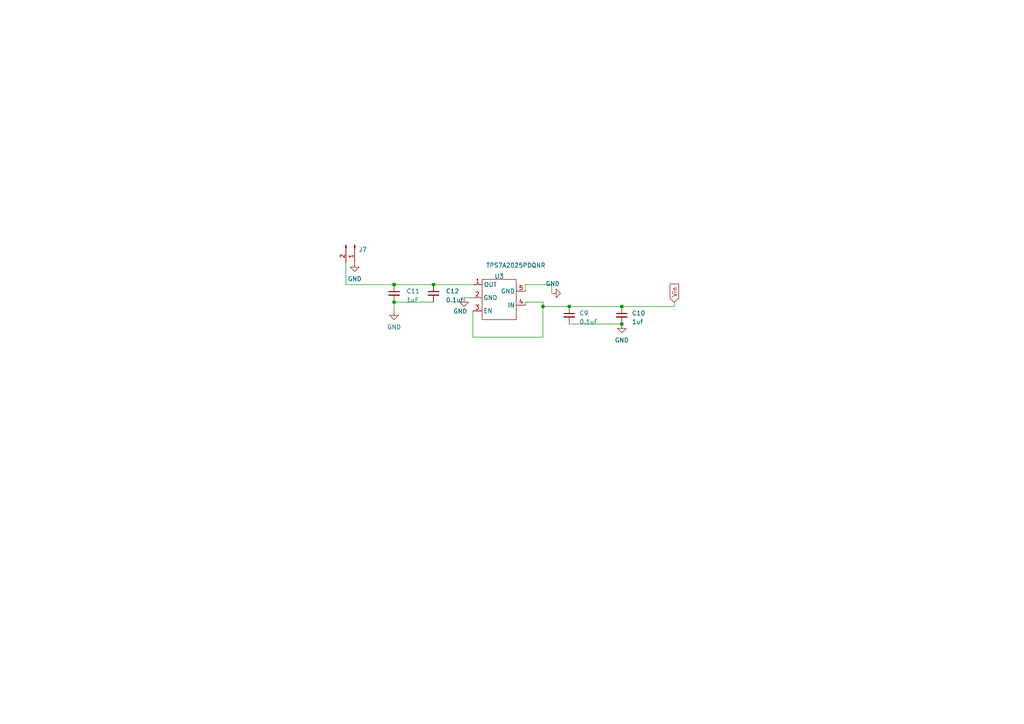
<source format=kicad_sch>
(kicad_sch (version 20230121) (generator eeschema)
  (paper "A4")
  (lib_symbols
    (symbol "Connector:Conn_01x02_Pin" (pin_names (offset 1.016) hide)
      (property "Reference" "J" (at 0 2.54 0))
      (property "Value" "Conn_01x02_Pin" (at 0 -5.08 0))
      (symbol "Conn_01x02_Pin_1_1"
        (polyline (pts (xy 1.27 -2.54) (xy 0.8636 -2.54)) (stroke (width 0.1524)))
        (polyline (pts (xy 1.27 0) (xy 0.8636 0)) (stroke (width 0.1524)))
        (rectangle (start 0.8636 -2.413) (end 0 -2.667) (stroke (width 0.1524)) (fill (type outline)))
        (rectangle (start 0.8636 0.127) (end 0 -0.127) (stroke (width 0.1524)) (fill (type outline)))
        (pin passive line (at 5.08 0 180) (length 3.81) (name "Pin_1") (number "1"))
        (pin passive line (at 5.08 -2.54 180) (length 3.81) (name "Pin_2") (number "2"))
      )
    )
    (symbol "Device:C_Small" (pin_numbers hide) (pin_names (offset 0.254) hide)
      (property "Reference" "C" (at 0.254 1.778 0))
      (property "Value" "C_Small" (at 0.254 -2.032 0))
      (symbol "C_Small_0_1"
        (polyline (pts (xy -1.524 -0.508) (xy 1.524 -0.508)) (stroke (width 0.3302)))
        (polyline (pts (xy -1.524 0.508) (xy 1.524 0.508)) (stroke (width 0.3048)))
      )
      (symbol "C_Small_1_1"
        (pin passive line (at 0 2.54 270) (length 2.032) (name "~") (number "1"))
        (pin passive line (at 0 -2.54 90) (length 2.032) (name "~") (number "2"))
      )
    )
    (symbol "Radar_pcb_pll:TPS7A2025PDQNR"
      (property "Reference" "U" (at 0 3.81 0))
      (property "Value" "TPS7A2025PDQNR" (at 0 0 0))
      (symbol "TPS7A2025PDQNR_0_1"
        (rectangle (start -4.699 2.159) (end 5.207 -9.525))
      )
      (symbol "TPS7A2025PDQNR_1_1"
        (pin output line (at -7.239 0.635 0) (length 2.54) (name "OUT") (number "1"))
        (pin input line (at -7.366 -3.175 0) (length 2.54) (name "GND") (number "2"))
        (pin input line (at -7.366 -6.985 0) (length 2.54) (name "EN") (number "3"))
        (pin input line (at 7.874 -5.334 180) (length 2.54) (name "IN") (number "4"))
        (pin input line (at 7.874 -1.27 180) (length 2.54) (name "GND") (number "5"))
      )
    )
    (symbol "power:GND" (power) (pin_names (offset 0))
      (property "Value" "GND" (at 0 -3.81 0))
      (symbol "GND_0_1"
        (polyline (pts (xy 0 0) (xy 0 -1.27) (xy 1.27 -1.27) (xy 0 -2.54) (xy -1.27 -1.27) (xy 0 -1.27)))
      )
      (symbol "GND_1_1"
        (pin power_in line (at 0 0 270) (length 0) hide (name "GND") (number "1"))
      )
    )
  )
  (junction (at 180.34 93.98))
  (junction (at 165.1 88.9))
  (junction (at 125.73 82.55))
  (junction (at 114.3 87.63))
  (junction (at 180.34 88.9))
  (junction (at 114.3 82.55))
  (junction (at 157.48 88.9))
  (wire (pts (xy 137.16 90.17) (xy 137.16 97.79)))
  (wire (pts (xy 100.33 82.55) (xy 114.3 82.55)))
  (wire (pts (xy 152.4 82.55) (xy 152.4 84.455)))
  (wire (pts (xy 125.73 87.63) (xy 114.3 87.63)))
  (wire (pts (xy 157.48 88.9) (xy 165.1 88.9)))
  (wire (pts (xy 134.62 86.36) (xy 137.16 86.36)))
  (wire (pts (xy 152.4 82.55) (xy 160.02 82.55)))
  (wire (pts (xy 125.73 82.55) (xy 137.287 82.55)))
  (wire (pts (xy 157.48 87.63) (xy 157.48 88.9)))
  (wire (pts (xy 195.58 87.63) (xy 195.58 88.9)))
  (wire (pts (xy 137.16 97.79) (xy 157.48 97.79)))
  (wire (pts (xy 157.48 97.79) (xy 157.48 88.9)))
  (wire (pts (xy 152.4 87.63) (xy 152.4 88.519)))
  (wire (pts (xy 195.58 88.9) (xy 180.34 88.9)))
  (wire (pts (xy 114.3 82.55) (xy 125.73 82.55)))
  (wire (pts (xy 114.3 87.63) (xy 114.3 90.17)))
  (wire (pts (xy 165.1 93.98) (xy 180.34 93.98)))
  (wire (pts (xy 160.02 82.55) (xy 160.02 85.09)))
  (wire (pts (xy 165.1 88.9) (xy 180.34 88.9)))
  (wire (pts (xy 152.4 87.63) (xy 157.48 87.63)))
  (wire (pts (xy 100.33 76.2) (xy 100.33 82.55)))
  (global_label "Vin" (shape input) (at 195.58 87.63 90) (property "Intersheetrefs" "${INTERSHEET_REFS}" (effects hide)))
  (symbol (lib_id "Connector:Conn_01x02_Pin") (at 102.87 71.12 270) (unit 1)
    (property "Reference" "J7" (at 104.013 72.39 90) (effects (justify left)))
    (property "Value" "Conn_01x02_Pin" (effects hide))
    (property "Footprint" "Connector_JST:JST_XH_B2B-XH-A_1x02_P2.50mm_Vertical" (effects hide))
    (instances (project "PowerManage.2" (path "" (reference "J7") (unit 1)) (path "" (reference "J8") (unit 1)) (path "" (reference "J9") (unit 1))))
  )
  (symbol (lib_id "Device:C_Small") (at 114.3 85.09 0) (mirror y) (unit 1)
    (property "Reference" "C11" (at 117.856 84.4613 0) (effects (justify right)))
    (property "Value" "1uF" (at 117.856 87.0013 0) (effects (justify right)))
    (property "Footprint" "Capacitor_SMD:0603 usual" (effects hide))
    (instances (project "PowerManage.2" (path "" (reference "C11") (unit 1)) (path "" (reference "C5") (unit 1))))
  )
  (symbol (lib_id "Radar_pcb_pll:TPS7A2025PDQNR") (at 144.526 83.185 0) (unit 1)
    (property "Reference" "U3" (at 144.78 80.137 0))
    (property "Value" "TPS7A2025PDQNR" (at 149.606 76.962 0))
    (property "Footprint" "Package_SON:Texas_X2SON-4_1x1mm_P0.65mm" (effects hide))
    (instances (project "PowerManage.2" (path "" (reference "U3") (unit 1)) (path "" (reference "U2") (unit 1))))
  )
  (symbol (lib_id "power:GND") (at 180.34 93.98 0) (unit 1)
    (property "Reference" "#PWR012" (effects hide))
    (property "Value" "GND" (at 180.34 98.679 0))
    (instances (project "PowerManage.2" (path "" (reference "#PWR012") (unit 1)) (path "" (reference "#PWR010") (unit 1))))
  )
  (symbol (lib_id "Device:C_Small") (at 125.73 85.09 0) (mirror y) (unit 1)
    (property "Reference" "C12" (at 129.286 84.4613 0) (effects (justify right)))
    (property "Value" "0.1uf" (at 129.286 87.0013 0) (effects (justify right)))
    (property "Footprint" "Capacitor_SMD:0603 usual" (effects hide))
    (instances (project "PowerManage.2" (path "" (reference "C12") (unit 1)) (path "" (reference "C6") (unit 1))))
  )
  (symbol (lib_id "power:GND") (at 102.87 76.2 0) (mirror y) (unit 1)
    (property "Reference" "#PWR013" (effects hide))
    (property "Value" "GND" (at 102.87 80.899 0))
    (instances (project "PowerManage.2" (path "" (reference "#PWR013") (unit 1)) (path "" (reference "#PWR030") (unit 1))))
  )
  (symbol (lib_id "Device:C_Small") (at 180.34 91.44 0) (unit 1)
    (property "Reference" "C10" (at 183.261 90.8113 0) (effects (justify left)))
    (property "Value" "1uf" (at 183.261 93.3513 0) (effects (justify left)))
    (property "Footprint" "Capacitor_SMD:0603 usual" (effects hide))
    (instances (project "PowerManage.2" (path "" (reference "C10") (unit 1)) (path "" (reference "C8") (unit 1))))
  )
  (symbol (lib_id "Device:C_Small") (at 165.1 91.44 0) (unit 1)
    (property "Reference" "C9" (at 168.021 90.8113 0) (effects (justify left)))
    (property "Value" "0.1uF" (at 168.021 93.3513 0) (effects (justify left)))
    (property "Footprint" "Capacitor_SMD:0603 usual" (effects hide))
    (instances (project "PowerManage.2" (path "" (reference "C9") (unit 1)) (path "" (reference "C7") (unit 1))))
  )
  (symbol (lib_id "power:GND") (at 160.02 85.09 90) (mirror x) (unit 1)
    (property "Reference" "#PWR019" (effects hide))
    (property "Value" "GND" (at 158.242 82.296 90) (effects (justify right)))
    (instances (project "PowerManage.2" (path "" (reference "#PWR019") (unit 1)) (path "" (reference "#PWR08") (unit 1))))
  )
  (symbol (lib_id "power:GND") (at 114.3 90.17 0) (mirror y) (unit 1)
    (property "Reference" "#PWR013" (effects hide))
    (property "Value" "GND" (at 114.3 94.869 0))
    (instances (project "PowerManage.2" (path "" (reference "#PWR013") (unit 1)) (path "" (reference "#PWR06") (unit 1))))
  )
  (symbol (lib_id "power:GND") (at 134.62 86.36 0) (mirror y) (unit 1)
    (property "Reference" "#PWR014" (effects hide))
    (property "Value" "GND" (at 133.477 90.297 0))
    (instances (project "PowerManage.2" (path "" (reference "#PWR014") (unit 1)) (path "" (reference "#PWR07") (unit 1))))
  )
)
</source>
